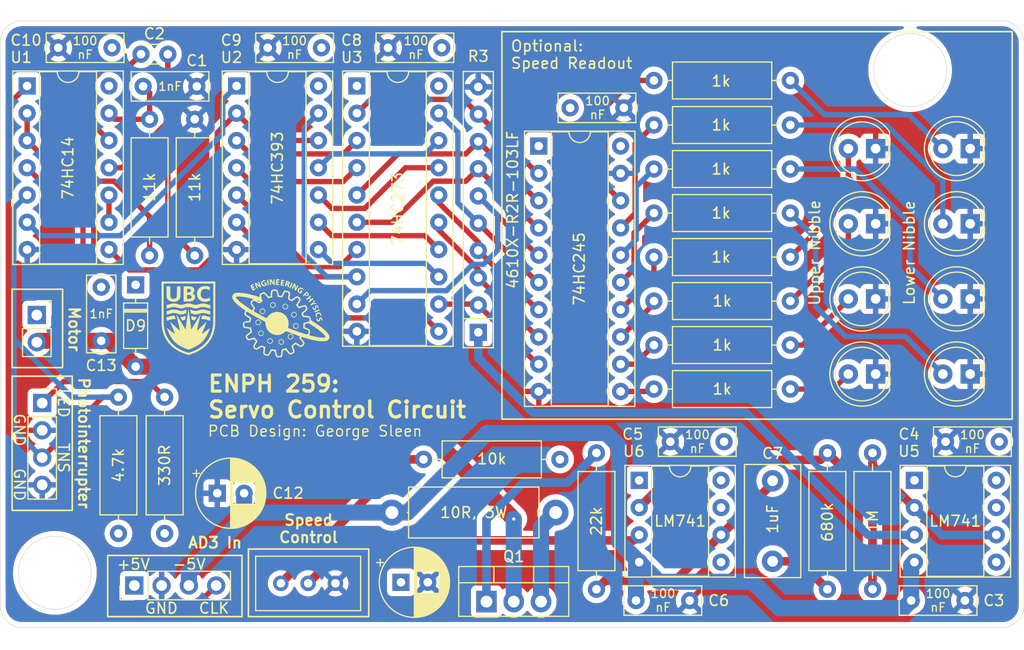
<source format=kicad_pcb>
(kicad_pcb (version 20241229) (generator "pcbnew") (generator_version "9.0")
  (title_block (title "ENPH-259-Servo") (date "2024-12-27") (rev "1") (company "George Sleen"))
  (layers (0 "F.Cu" signal) (4 "In1.Cu" signal) (6 "In2.Cu" signal) (2 "B.Cu" signal) (13 "F.Paste" user) (15 "B.Paste" user) (5 "F.SilkS" user "F.Silkscreen") (7 "B.SilkS" user "B.Silkscreen") (1 "F.Mask" user) (3 "B.Mask" user) (25 "Edge.Cuts" user))
  (net 0 "")
  (net 1 "Net-(C1-Pad1)")
  (net 2 "GND")
  (net 3 "Net-(C2-Pad1)")
  (net 4 "Net-(C2-Pad2)")
  (net 5 "-5V")
  (net 6 "+5V")
  (net 7 "Net-(C7-Pad2)")
  (net 8 "Net-(C7-Pad1)")
  (net 9 "Net-(D9-A)")
  (net 10 "Net-(D1-A)")
  (net 11 "Net-(D2-A)")
  (net 12 "Net-(D3-A)")
  (net 13 "Net-(D4-A)")
  (net 14 "Net-(D5-A)")
  (net 15 "Net-(D6-A)")
  (net 16 "Net-(D7-A)")
  (net 17 "Net-(D8-A)")
  (net 18 "Net-(Q1-E)")
  (net 19 "BJT control")
  (net 20 "Net-(Q2-Pad1)")
  (net 21 "Net-(Q2-Pad3)")
  (net 22 "Net-(R1-Pad1)")
  (net 23 "Net-(U3-Q7)")
  (net 24 "Net-(U3-Q5)")
  (net 25 "Net-(U3-Q3)")
  (net 26 "Analog out")
  (net 27 "Net-(U3-Q4)")
  (net 28 "Net-(U3-Q6)")
  (net 29 "Net-(U3-Q2)")
  (net 30 "Net-(U3-Q1)")
  (net 31 "Net-(U3-Q0)")
  (net 32 "Net-(U4-B0)")
  (net 33 "Net-(U4-B1)")
  (net 34 "Net-(U4-B2)")
  (net 35 "Net-(U4-B3)")
  (net 36 "Net-(U4-B4)")
  (net 37 "Net-(U4-B5)")
  (net 38 "Net-(U4-B6)")
  (net 39 "Net-(U4-B7)")
  (net 40 "Net-(U5--)")
  (net 41 "Net-(U6--)")
  (net 42 "Net-(R14-Pad2)")
  (net 43 "Setpoint")
  (net 44 "5 Hz")
  (net 45 "Clock")
  (net 46 "Net-(U1-Pad10)")
  (net 47 "Reset")
  (net 48 "Latch")
  (net 49 "Net-(U2A-Q3)")
  (net 50 "Net-(U2B-Q3)")
  (net 51 "Net-(U2A-Q1)")
  (net 52 "Net-(U2A-Q2)")
  (net 53 "Net-(U2A-Q0)")
  (net 54 "Net-(U2B-Q0)")
  (net 55 "Net-(U2B-Q1)")
  (net 56 "Net-(U2B-Q2)")
  (footprint "Capacitor_THT:C_Rect_L10.3mm_W5.0mm_P7.50mm_MKS4" (layer "F.Cu") (at 125.1 81.745 90)
    (property "Reference" "C7")
    (property "Value" "1uF")
  )
  (footprint "Package_TO_SOT_THT:TO-220-3_Vertical" (layer "F.Cu") (at 98.46 85.5)
    (property "Reference" "Q1")
    (property "Value" "MJF122")
  )
  (footprint "Capacitor_THT:CP_Radial_D6.3mm_P2.50mm" (layer "F.Cu") (at 90.5 83.7)
    (property "Reference" "C11" (hide yes))
    (property "Value" "100uF")
  )
  (footprint "Potentiometer_THT:Potentiometer_Bourns_3296W_Vertical" (layer "F.Cu") (at 84.4 83.8)
    (property "Reference" "RV1" (hide yes))
    (property "Value" "10k")
  )
  (footprint "Capacitor_THT:C_Rect_L7.0mm_W2.5mm_P5.00mm" (layer "F.Cu") (at 120.58 70.6 180)
    (property "Reference" "C5")
    (property "Value" "100nF" (hide yes))
  )
  (footprint "Package_DIP:DIP-20_W7.62mm_Socket" (layer "F.Cu") (at 103.33 43.06)
    (property "Reference" "U4" (hide yes))
    (property "Value" "74HC245" (hide yes))
  )
  (footprint "Resistor_THT:R_Axial_DIN0309_L9.0mm_D3.2mm_P12.70mm_Horizontal" (layer "F.Cu") (at 67.1 53.26 90)
    (property "Reference" "R1" (hide yes))
    (property "Value" "11k")
  )
  (footprint "Resistor_THT:R_Axial_DIN0309_L9.0mm_D3.2mm_P12.70mm_Horizontal" (layer "F.Cu") (at 105.3 72.25 180)
    (property "Reference" "R14" (hide yes))
    (property "Value" "10k")
  )
  (footprint "Capacitor_THT:CP_Radial_D6.3mm_P2.50mm" (layer "F.Cu") (at 73.4 75.4)
    (property "Reference" "C12")
    (property "Value" "100uF")
  )
  (footprint "LED_THT:LED_D5.0mm" (layer "F.Cu") (at 134.69 50.3 180)
    (property "Reference" "D6" (hide yes))
    (property "Value" "LED")
  )
  (footprint "Capacitor_THT:C_Rect_L7.0mm_W2.5mm_P5.00mm" (layer "F.Cu") (at 138 85.4)
    (property "Reference" "C3")
    (property "Value" "100nF" (hide yes))
  )
  (footprint "Resistor_THT:R_Axial_DIN0309_L9.0mm_D3.2mm_P12.70mm_Horizontal" (layer "F.Cu") (at 114.05 45.2)
    (property "Reference" "R6" (hide yes))
    (property "Value" "1k")
  )
  (footprint "Resistor_THT:R_Axial_DIN0309_L9.0mm_D3.2mm_P12.70mm_Horizontal" (layer "F.Cu") (at 114.05 61.6)
    (property "Reference" "R10" (hide yes))
    (property "Value" "1k")
  )
  (footprint "Package_DIP:DIP-8_W7.62mm_Socket" (layer "F.Cu") (at 112.68 74.2)
    (property "Reference" "U6")
    (property "Value" "LM741")
  )
  (footprint "Resistor_THT:R_Axial_DIN0309_L9.0mm_D3.2mm_P12.70mm_Horizontal" (layer "F.Cu") (at 64.2 66.45 -90)
    (property "Reference" "R18" (hide yes))
    (property "Value" "4.7k")
  )
  (footprint "LED_THT:LED_D5.0mm" (layer "F.Cu") (at 143.49 64.3 180)
    (property "Reference" "D4" (hide yes))
    (property "Value" "LED")
  )
  (footprint "Resistor_THT:R_Axial_DIN0309_L9.0mm_D3.2mm_P12.70mm_Horizontal" (layer "F.Cu") (at 130.2 71.65 -90)
    (property "Reference" "R13" (hide yes))
    (property "Value" "680k")
  )
  (footprint "Resistor_THT:R_Axial_DIN0309_L9.0mm_D3.2mm_P12.70mm_Horizontal" (layer "F.Cu") (at 71.3 40.56 -90)
    (property "Reference" "R2" (hide yes))
    (property "Value" "11k")
  )
  (footprint "Resistor_THT:R_Axial_DIN0309_L9.0mm_D3.2mm_P12.70mm_Horizontal" (layer "F.Cu") (at 134.4 71.65 -90)
    (property "Reference" "R12" (hide yes))
    (property "Value" "1M")
  )
  (footprint "Resistor_THT:R_Axial_DIN0309_L9.0mm_D3.2mm_P12.70mm_Horizontal" (layer "F.Cu") (at 114.05 53.4)
    (property "Reference" "R8" (hide yes))
    (property "Value" "1k")
  )
  (footprint "enph253_components:ENPH_graphic" (layer "F.Cu") (at 79.2 59.3)
    (property "Reference" "G***" (hide yes))
    (property "Value" "LOGO" (hide yes))
  )
  (footprint "Resistor_THT:R_Axial_DIN0309_L9.0mm_D3.2mm_P12.70mm_Horizontal" (layer "F.Cu") (at 114.05 49.3)
    (property "Reference" "R7" (hide yes))
    (property "Value" "1k")
  )
  (footprint "Resistor_THT:R_Axial_DIN0309_L9.0mm_D3.2mm_P12.70mm_Horizontal" (layer "F.Cu") (at 68.5 66.45 -90)
    (property "Reference" "R17" (hide yes))
    (property "Value" "330R")
  )
  (footprint "Package_DIP:DIP-14_W7.62mm_Socket" (layer "F.Cu") (at 75.2 37.46)
    (property "Reference" "U2")
    (property "Value" "74LS393" (hide yes))
  )
  (footprint "Capacitor_THT:C_Rect_L7.0mm_W2.5mm_P5.00mm" (layer "F.Cu") (at 94.3 33.9 180)
    (property "Reference" "C8")
    (property "Value" "100nF" (hide yes))
  )
  (footprint "Connector_PinSocket_2.54mm:PinSocket_1x02_P2.54mm_Vertical" (layer "F.Cu") (at 56.6 58.8)
    (property "Reference" "M1" (hide yes))
    (property "Value" "Motor_DC" (hide yes))
  )
  (footprint "LED_THT:LED_D5.0mm" (layer "F.Cu") (at 143.49 43.3 180)
    (property "Reference" "D1" (hide yes))
    (property "Value" "LED")
  )
  (footprint "Resistor_THT:R_Axial_DIN0309_L9.0mm_D3.2mm_P12.70mm_Horizontal" (layer "F.Cu") (at 114.05 41.1)
    (property "Reference" "R5" (hide yes))
    (property "Value" "1k")
  )
  (footprint "Resistor_THT:R_Array_SIP10" (layer "F.Cu") (at 97.7 60.41 90)
    (property "Reference" "R3")
    (property "Value" "4610X-R2R-103LF")
  )
  (footprint "Capacitor_THT:C_Rect_L7.0mm_W2.5mm_P5.00mm" (layer "F.Cu") (at 63.6 33.9 180)
    (property "Reference" "C10")
    (property "Value" "100nF" (hide yes))
  )
  (footprint "Package_DIP:DIP-14_W7.62mm_Socket" (layer "F.Cu") (at 55.7 37.46)
    (property "Reference" "U1")
    (property "Value" "74HC14" (hide yes))
  )
  (footprint "Connector_PinHeader_2.54mm:PinHeader_1x04_P2.54mm_Vertical" (layer "F.Cu") (at 65.68 84 90)
    (property "Reference" "J1" (hide yes))
    (property "Value" "AD3 In" (hide yes))
  )
  (footprint "Capacitor_THT:C_Rect_L7.0mm_W2.5mm_P5.00mm" (layer "F.Cu") (at 146.2 70.6 180)
    (property "Reference" "C4")
    (property "Value" "100nF" (hide yes))
  )
  (footprint "Resistor_THT:R_Axial_DIN0309_L9.0mm_D3.2mm_P12.70mm_Horizontal" (layer "F.Cu") (at 108.7 84.35 90)
    (property "Reference" "R15" (hide yes))
    (property "Value" "22k")
  )
  (footprint "Diode_THT:D_DO-35_SOD27_P7.62mm_Horizontal" (layer "F.Cu") (at 65.8 55.99 -90)
    (property "Reference" "D9")
    (property "Value" "1N4148" (hide yes))
  )
  (footprint "Capacitor_THT:C_Rect_L7.0mm_W2.5mm_P5.00mm" (layer "F.Cu") (at 83.1 33.9 180)
    (property "Reference" "C9")
    (property "Value" "100nF" (hide yes))
  )
  (footprint "Capacitor_THT:C_Disc_D3.0mm_W1.6mm_P2.50mm" (layer "F.Cu") (at 66.3 34.5)
    (property "Reference" "C2")
    (property "Value" "47pF")
  )
  (footprint "LED_THT:LED_D5.0mm" (layer "F.Cu") (at 134.69 64.3 180)
    (property "Reference" "D8" (hide yes))
    (property "Value" "LED")
  )
  (footprint "Resistor_THT:R_Axial_DIN0414_L11.9mm_D4.5mm_P15.24mm_Horizontal" (layer "F.Cu") (at 104.9 77.2 180)
    (property "Reference" "R16" (hide yes))
    (property "Value" "10R, 3W")
  )
  (footprint "Capacitor_THT:C_Rect_L7.0mm_W2.5mm_P5.00mm" (layer "F.Cu") (at 111.25 39.5 180)
    (property "Reference" "C14" (hide yes))
    (property "Value" "100nF" (hide yes))
  )
  (footprint "LED_THT:LED_D5.0mm" (layer "F.Cu") (at 143.49 57.3 180)
    (property "Reference" "D3" (hide yes))
    (property "Value" "LED")
  )
  (footprint "LED_THT:LED_D5.0mm" (layer "F.Cu") (at 134.69 57.3 180)
    (property "Reference" "D7" (hide yes))
    (property "Value" "LED")
  )
  (footprint "LED_THT:LED_D5.0mm" (layer "F.Cu") (at 143.49 50.3 180)
    (property "Reference" "D2" (hide yes))
    (property "Value" "LED")
  )
  (footprint "Resistor_THT:R_Axial_DIN0309_L9.0mm_D3.2mm_P12.70mm_Horizontal" (layer "F.Cu") (at 114.05 65.7)
    (property "Reference" "R11" (hide yes))
    (property "Value" "1k")
  )
  (footprint "Capacitor_THT:C_Rect_L7.0mm_W2.5mm_P5.00mm" (layer "F.Cu") (at 66.5 37.5)
    (property "Reference" "C1")
    (property "Value" "1nF" (hide yes))
  )
  (footprint "Resistor_THT:R_Axial_DIN0309_L9.0mm_D3.2mm_P12.70mm_Horizontal" (layer "F.Cu") (at 114.05 36.95)
    (property "Reference" "R4" (hide yes))
    (property "Value" "1k")
  )
  (footprint "Package_DIP:DIP-8_W7.62mm_Socket" (layer "F.Cu") (at 138.3 74.2)
    (property "Reference" "U5")
    (property "Value" "LM741")
  )
  (footprint "Capacitor_THT:C_Rect_L7.0mm_W2.5mm_P5.00mm" (layer "F.Cu") (at 112.38 85.4)
    (property "Reference" "C6")
    (property "Value" "100nF" (hide yes))
  )
  (footprint "Capacitor_THT:C_Rect_L7.0mm_W2.5mm_P5.00mm" (layer "F.Cu") (at 62.6 61.2 90)
    (property "Reference" "C13")
    (property "Value" "1nF" (hide yes))
  )
  (footprint "Resistor_THT:R_Axial_DIN0309_L9.0mm_D3.2mm_P12.70mm_Horizontal" (layer "F.Cu") (at 114.05 57.5)
    (property "Reference" "R9" (hide yes))
    (property "Value" "1k")
  )
  (footprint "LED_THT:LED_D5.0mm" (layer "F.Cu") (at 134.69 43.3 180)
    (property "Reference" "D5" (hide yes))
    (property "Value" "LED")
  )
  (footprint "Package_DIP:DIP-20_W7.62mm_Socket" (layer "F.Cu") (at 86.4 37.46)
    (property "Reference" "U3")
    (property "Value" "74HC273" (hide yes))
  )
  (footprint "enph253_components:UBC_graphic" (layer "F.Cu") (at 70.7 58.780898)
    (property "Reference" "G***" (hide yes))
    (property "Value" "LOGO" (hide yes))
  )
  (footprint "Connector_PinSocket_2.54mm:PinSocket_1x04_P2.54mm_Vertical" (layer "F.Cu") (at 57.1 67)
    (property "Reference" "Q2" (hide yes))
    (property "Value" "EE-SX1041" (hide yes))
  )
  (gr_rect (start 54.3 64.5) (end 59.9 77) (stroke (width 0.15)) (fill no) (layer "F.SilkS"))
  (gr_rect (start 63.2 81.2) (end 75.7 86.9) (stroke (width 0.15)) (fill no) (layer "F.SilkS"))
  (gr_rect (start 54.3 56.4) (end 59 63.7) (stroke (width 0.15)) (fill no) (layer "F.SilkS"))
  (gr_rect (start 76.3 80.6) (end 87.5 86.9) (stroke (width 0.15)) (fill no) (layer "F.SilkS"))
  (gr_line (start 53.2 85.9) (end 53.2 33.4) (stroke (width 0.05)) (layer "Edge.Cuts"))
  (gr_arc (start 146.5 31.4) (mid 147.914214 31.985786) (end 148.5 33.4) (stroke (width 0.05)) (layer "Edge.Cuts"))
  (gr_arc (start 55.2 87.9) (mid 53.785786 87.314214) (end 53.2 85.9) (stroke (width 0.05)) (layer "Edge.Cuts"))
  (gr_line (start 146.5 87.9) (end 55.2 87.9) (stroke (width 0.05)) (layer "Edge.Cuts"))
  (gr_line (start 55.2 31.4) (end 146.5 31.4) (stroke (width 0.05)) (layer "Edge.Cuts"))
  (gr_line (start 148.5 33.4) (end 148.5 85.9) (stroke (width 0.05)) (layer "Edge.Cuts"))
  (gr_circle (center 137.9 35.985786) (end 141.3 35.985786) (stroke (width 0.05)) (fill no) (layer "Edge.Cuts"))
  (gr_arc (start 148.5 85.9) (mid 147.914214 87.314214) (end 146.5 87.9) (stroke (width 0.05)) (layer "Edge.Cuts"))
  (gr_arc (start 53.2 33.4) (mid 53.785786 31.985786) (end 55.2 31.4) (stroke (width 0.05)) (layer "Edge.Cuts"))
  (gr_circle (center 58.285786 82.814214) (end 61.685786 82.814214) (stroke (width 0.05)) (fill no) (layer "Edge.Cuts"))
  (gr_text "74HC245\n" (at 107.1 54.5 90) (layer "F.SilkS") (effects (font (size 1 1))))
  (gr_text "Speed\nControl" (at 81.9 80.1 0) (layer "F.SilkS") (effects (font (size 1 1) (thickness 0.2) (bold yes)) (justify bottom)))
  (gr_text "TNS" (at 58.5 72.11 270) (layer "F.SilkS") (effects (font (size 1 1)) (justify bottom)))
  (gr_text "Motor" (at 59.5 60.12 -90) (layer "F.SilkS") (effects (font (size 1 1) (thickness 0.2) (bold yes)) (justify bottom)))
  (gr_text "GND" (at 54.4 74.6 270) (layer "F.SilkS") (effects (font (size 1 1)) (justify bottom)))
  (gr_text "1nF\n" (at 62.6 58.7 0) (layer "F.SilkS") (effects (font (size 0.8 0.8) (thickness 0.125))))
  (gr_text "AD3 In" (at 73.2 80.6 0) (layer "F.SilkS") (effects (font (size 1 1) (thickness 0.2) (bold yes)) (justify bottom)))
  (gr_text "100\nnF" (at 118.1 70.6 0) (layer "F.SilkS") (effects (font (size 0.8 0.8) (thickness 0.125))))
  (gr_text "100\nnF" (at 108.8 39.5 0) (layer "F.SilkS") (effects (font (size 0.8 0.8) (thickness 0.125))))
  (gr_text "100\nnF" (at 91.9 33.9 0) (layer "F.SilkS") (effects (font (size 0.8 0.8) (thickness 0.125))))
  (gr_text "100\nnF" (at 143.7 70.6 0) (layer "F.SilkS") (effects (font (size 0.8 0.8) (thickness 0.125))))
  (gr_text "Photointerrupter" (at 60.4 70.75 -90) (layer "F.SilkS") (effects (font (size 1 1) (thickness 0.2) (bold yes)) (justify bottom)))
  (gr_text "Lower Nibble" (at 138.4 53 90) (layer "F.SilkS") (effects (font (size 1 1)) (justify bottom)))
  (gr_text "100\nnF" (at 80.6 33.9 0) (layer "F.SilkS") (effects (font (size 0.8 0.8) (thickness 0.125))))
  (gr_text "GND" (at 54.4 69.5 270) (layer "F.SilkS") (effects (font (size 1 1)) (justify bottom)))
  (gr_text "GND" (at 68.2 86.7 0) (layer "F.SilkS") (effects (font (size 1 1)) (justify bottom)))
  (gr_text "LED" (at 58.5 67 270) (layer "F.SilkS") (effects (font (size 1 1)) (justify bottom)))
  (gr_text "100\nnF" (at 140.5 85.4 0) (layer "F.SilkS") (effects (font (size 0.8 0.8) (thickness 0.125))))
  (gr_text "Upper Nibble" (at 129.6 53 90) (layer "F.SilkS") (effects (font (size 1 1)) (justify bottom)))
  (gr_text "+5V" (at 65.6 82.6 0) (layer "F.SilkS") (effects (font (size 1 1)) (justify bottom)))
  (gr_text "74HC14" (at 59.5 45.1 90) (layer "F.SilkS") (effects (font (size 1 1))))
  (gr_text "PCB Design: George Sleen" (at 82.5 70.2 0) (layer "F.SilkS") (effects (font (size 1 1) (thickness 0.125)) (justify bottom)))
  (gr_text "74HC273\n" (at 90.2 48.9 90) (layer "F.SilkS") (effects (font (size 1 1))))
  (gr_text "-5V" (at 70.79 82.6 0) (layer "F.SilkS") (effects (font (size 1 1)) (justify bottom)))
  (gr_text "ENPH 259:\nServo Control Circuit" (at 72.4 68.5 0) (layer "F.SilkS") (effects (font (size 1.5 1.5) (thickness 0.3) (bold yes)) (justify left bottom)))
  (gr_text "CLK" (at 73.1 86.7 0) (layer "F.SilkS") (effects (font (size 1 1)) (justify bottom)))
  (gr_text "100\nnF" (at 114.9 85.4 0) (layer "F.SilkS") (effects (font (size 0.8 0.8) (thickness 0.125))))
  (gr_text "1nF\n" (at 69 37.5 0) (layer "F.SilkS") (effects (font (size 0.8 0.8) (thickness 0.125))))
  (gr_text "74HC393\n" (at 79 45.1 90) (layer "F.SilkS") (effects (font (size 1 1))))
  (gr_text "100\nnF" (at 61.1 33.9 0) (layer "F.SilkS") (effects (font (size 0.8 0.8) (thickness 0.125))))
  (gr_text_box "Optional:\nSpeed Readout" (start 99.9 32.4) (end 147.4 68.5) (margins 0.825 0.825 0.825 0.825) (layer "F.SilkS") (effects (font (size 1 1)) (justify left top)) (border yes) (stroke (width 0.15)))
  (segment (start 67.1 38.1) (end 66.5 37.5) (width 0.5) (layer "F.Cu") (net 1))
  (segment (start 63.88 40.56) (end 63.32 40) (width 0.5) (layer "F.Cu") (net 1))
  (segment (start 67.1 40.56) (end 67.1 38.1) (width 0.5) (layer "F.Cu") (net 1))
  (segment (start 67.1 40.56) (end 63.88 40.56) (width 0.5) (layer "F.Cu") (net 1))
  (segment (start 65.1 35.7) (end 63 35.7) (width 0.5) (layer "F.Cu") (net 3))
  (segment (start 61.8 41.02) (end 63.32 42.54) (width 0.5) (layer "F.Cu") (net 3))
  (segment (start 63 35.7) (end 61.8 36.9) (width 0.5) (layer "F.Cu") (net 3))
  (segment (start 61.8 36.9) (end 61.8 41.02) (width 0.5) (layer "F.Cu") (net 3))
  (segment (start 66.3 34.5) (end 65.1 35.7) (width 0.5) (layer "F.Cu") (net 3))
  (segment (start 64.52 45.08) (end 63.32 45.08) (width 0.5) (layer "F.Cu") (net 4))
  (segment (start 68.8 40.8) (end 64.52 45.08) (width 0.5) (layer "F.Cu") (net 4))
  (segment (start 68.8 34.5) (end 68.8 40.8) (width 0.5) (layer "F.Cu") (net 4))
  (segment (start 68.8 50.76) (end 68.8 34.5) (width 0.5) (layer "F.Cu") (net 4))
  (segment (start 71.3 53.26) (end 68.8 50.76) (width 0.5) (layer "F.Cu") (net 4))
  (segment (start 109.6 69.8) (end 98.5 69.8) (width 1.5) (layer "B.Cu") (net 5))
  (segment (start 70.76 82.797918) (end 76.357918 77.2) (width 1.5) (layer "B.Cu") (net 5))
  (segment (start 98.5 69.8) (end 91.1 77.2) (width 1.5) (layer "B.Cu") (net 5))
  (segment (start 76.357918 77.2) (end 89.66 77.2) (width 1.5) (layer "B.Cu") (net 5))
  (segment (start 114.51 83.65) (end 123.25 83.65) (width 1.5) (layer "B.Cu") (net 5))
  (segment (start 110.8 71) (end 109.6 69.8) (width 1.5) (layer "B.Cu") (net 5))
  (segment (start 70.76 84) (end 70.76 82.797919) (width 1.5) (layer "B.Cu") (net 5))
  (segment (start 123.25 83.65) (end 125.7 86.1) (width 1.5) (layer "B.Cu") (net 5))
  (segment (start 125.7 86.1) (end 137.3 86.1) (width 1.5) (layer "B.Cu") (net 5))
  (segment (start 112.38 85.4) (end 112.38 82.12) (width 1.5) (layer "B.Cu") (net 5))
  (segment (start 91.1 77.2) (end 89.66 77.2) (width 1.5) (layer "B.Cu") (net 5))
  (segment (start 110.8 79.94) (end 110.8 71) (width 1.5) (layer "B.Cu") (net 5))
  (segment (start 112.38 82.12) (end 112.68 81.82) (width 1.5) (layer "B.Cu") (net 5))
  (segment (start 75.9 77.657919) (end 75.9 75.4) (width 1.5) (layer "B.Cu") (net 5))
  (segment (start 138 82.12) (end 138.3 81.82) (width 1.5) (layer "B.Cu") (net 5))
  (segment (start 70.76 82.797919) (end 75.9 77.657919) (width 1.5) (layer "B.Cu") (net 5))
  (segment (start 138 85.4) (end 138 82.12) (width 1.5) (layer "B.Cu") (net 5))
  (segment (start 137.3 86.1) (end 138 85.4) (width 1.5) (layer "B.Cu") (net 5))
  (segment (start 112.68 81.82) (end 110.8 79.94) (width 1.5) (layer "B.Cu") (net 5))
  (segment (start 70.76 82.797919) (end 70.76 82.797918) (width 1.5) (layer "B.Cu") (net 5))
  (segment (start 112.68 81.82) (end 114.51 83.65) (width 1.5) (layer "B.Cu") (net 5))
  (segment (start 116.029999 83.550001) (end 120.3 79.28) (width 0.8) (layer "F.Cu") (net 7))
  (segment (start 125.1 74.245) (end 125.1 74.48) (width 0.8) (layer "F.Cu") (net 7))
  (segment (start 125.1 74.48) (end 120.3 79.28) (width 0.8) (layer "F.Cu") (net 7))
  (segment (start 109.499999 83.550001) (end 116.029999 83.550001) (width 0.8) (layer "F.Cu") (net 7))
  (segment (start 108.7 84.35) (end 109.499999 83.550001) (width 0.8) (layer "F.Cu") (net 7))
  (segment (start 125.1 81.745) (end 127.595 81.745) (width 0.8) (layer "F.Cu") (net 8))
  (segment (start 127.595 81.745) (end 130.2 84.35) (width 0.8) (layer "F.Cu") (net 8))
  (segment (start 56.74 61.2) (end 56.6 61.34) (width 1.5) (layer "F.Cu") (net 9))
  (segment (start 63.39 61.2) (end 65.8 63.61) (width 1.5) (layer "F.Cu") (net 9))
  (segment (start 62.6 61.2) (end 63.39 61.2) (width 1.5) (layer "F.Cu") (net 9))
  (segment (start 62.6 61.2) (end 56.74 61.2) (width 1.5) (layer "F.Cu") (net 9))
  (segment (start 86.81 63.61) (end 101 77.8) (width 1.5) (layer "F.Cu") (net 9))
  (segment (start 65.8 63.61) (end 86.81 63.61) (width 1.5) (layer "F.Cu") (net 9))
  (via (at 101 77.8) (size 0.6) (drill 0.3) (layers "F.Cu" "B.Cu") (net 9))
  (segment (start 101 77.8) (end 101 85.5) (width 1.5) (layer "B.Cu") (net 9))
  (segment (start 126.75 36.95) (end 129.938338 40.138338) (width 0.5) (layer "B.Cu") (net 10))
  (segment (start 129.938338 40.138338) (end 137.788338 40.138338) (width 0.5) (layer "B.Cu") (net 10))
  (segment (start 137.788338 40.138338) (end 140.95 43.3) (width 0.5) (layer "B.Cu") (net 10))
  (segment (start 126.75 41.1) (end 135.7 41.1) (width 0.5) (layer "B.Cu") (net 11))
  (segment (start 135.7 41.1) (end 140.95 46.35) (width 0.5) (layer "B.Cu") (net 11))
  (segment (start 140.95 46.35) (end 140.95 50.3) (width 0.5) (layer "B.Cu") (net 11))
  (segment (start 137.9 50.3) (end 137.9 54.25) (width 0.5) (layer "B.Cu") (net 12))
  (segment (start 132.8 45.2) (end 137.9 50.3) (width 0.5) (layer "B.Cu") (net 12))
  (segment (start 137.9 54.25) (end 140.95 57.3) (width 0.5) (layer "B.Cu") (net 12))
  (segment (start 126.75 45.2) (end 132.8 45.2) (width 0.5) (layer "B.Cu") (net 12))
  (segment (start 131.9 60.8) (end 137.45 60.8) (width 0.5) (layer "B.Cu") (net 13))
  (segment (start 129.1 51.65) (end 129.1 58) (width 0.5) (layer "B.Cu") (net 13))
  (segment (start 129.1 58) (end 131.9 60.8) (width 0.5) (layer "B.Cu") (net 13))
  (segment (start 126.75 49.3) (end 129.1 51.65) (width 0.5) (layer "B.Cu") (net 13))
  (segment (start 137.45 60.8) (end 140.95 64.3) (width 0.5) (layer "B.Cu") (net 13))
  (segment (start 132.15 48) (end 132.15 43.3) (width 0.5) (layer "F.Cu") (net 14))
  (segment (start 126.75 53.4) (end 132.15 48) (width 0.5) (layer "F.Cu") (net 14))
  (segment (start 126.75 57.5) (end 126.8 57.5) (width 0.5) (layer "F.Cu") (net 15))
  (segment (start 126.8 57.5) (end 132.15 52.15) (width 0.5) (layer "F.Cu") (net 15))
  (segment (start 132.15 52.15) (end 132.15 50.3) (width 0.5) (layer "F.Cu") (net 15))
  (segment (start 127.9 61.6) (end 132.15 57.35) (width 0.5) (layer "F.Cu") (net 16))
  (segment (start 132.15 57.35) (end 132.15 57.3) (width 0.5) (layer "F.Cu") (net 16))
  (segment (start 126.75 61.6) (end 127.9 61.6) (width 0.5) (layer "F.Cu") (net 16))
  (segment (start 130.75 65.7) (end 132.15 64.3) (width 0.5) (layer "F.Cu") (net 17))
  (segment (start 126.75 65.7) (end 130.75 65.7) (width 0.5) (layer "F.Cu") (net 17))
  (segment (start 103.54 85.5) (end 103.54 78.56) (width 1.5) (layer "B.Cu") (net 18))
  (segment (start 103.54 78.56) (end 104.9 77.2) (width 1.5) (layer "B.Cu") (net 18))
  (segment (start 108.7 71.7) (end 106 74.4) (width 0.8) (layer "B.Cu") (net 19))
  (segment (start 98.46 77.84) (end 98.46 85.5) (width 0.8) (layer "B.Cu") (net 19))
  (segment (start 101.9 74.4) (end 98.46 77.84) (width 0.8) (layer "B.Cu") (net 19))
  (segment (start 106 74.4) (end 101.9 74.4) (width 0.8) (layer "B.Cu") (net 19))
  (segment (start 108.7 71.65) (end 108.7 71.7) (width 0.8) (layer "B.Cu") (net 19))
  (segment (start 67.05 65) (end 68.5 66.45) (width 0.5) (layer "F.Cu") (net 20))
  (segment (start 57.1 67) (end 59.1 65) (width 0.5) (layer "F.Cu") (net 20))
  (segment (start 59.1 65) (end 67.05 65) (width 0.5) (layer "F.Cu") (net 20))
  (segment (start 64.2 66.45) (end 62.73 66.45) (width 0.5) (layer "F.Cu") (net 21))
  (segment (start 62.73 66.45) (end 57.1 72.08) (width 0.5) (layer "F.Cu") (net 21))
  (segment (start 59.871522 66.45) (end 64.2 66.45) (width 0.5) (layer "B.Cu") (net 21))
  (segment (start 55.7 47.62) (end 54.45 48.87) (width 0.5) (layer "B.Cu") (net 21))
  (segment (start 54.45 69.43) (end 57.1 72.08) (width 0.5) (layer "B.Cu") (net 21))
  (segment (start 54.45 61.028478) (end 59.871522 66.45) (width 0.5) (layer "B.Cu") (net 21))
  (segment (start 54.45 48.87) (end 54.45 69.43) (width 0.5) (layer "B.Cu") (net 21))
  (segment (start 54.45 48.87) (end 54.45 61.028478) (width 0.5) (layer "B.Cu") (net 21))
  (segment (start 63.797767 46.33) (end 59.49 46.33) (width 0.5) (layer "F.Cu") (net 22))
  (segment (start 67.1 49.632233) (end 63.797767 46.33) (width 0.5) (layer "F.Cu") (net 22))
  (segment (start 55.7 40) (end 55.7 42.54) (width 0.5) (layer "F.Cu") (net 22))
  (segment (start 59.49 46.33) (end 55.7 42.54) (width 0.5) (layer "F.Cu") (net 22))
  (segment (start 67.1 53.26) (end 67.1 49.632233) (width 0.5) (layer "F.Cu") (net 22))
  (segment (start 103.21 55.76) (end 103.33 55.76) (width 0.5) (layer "F.Cu") (net 23))
  (segment (start 97.7 50.25) (end 103.21 55.76) (width 0.5) (layer "F.Cu") (net 23))
  (segment (start 95.8 41.78) (end 95.8 48.35) (width 0.5) (layer "B.Cu") (net 23))
  (segment (start 95.8 48.35) (end 97.7 50.25) (width 0.5) (layer "B.Cu") (net 23))
  (segment (start 94.02 40) (end 95.8 41.78) (width 0.5) (layer "B.Cu") (net 23))
  (segment (start 94.02 50.16) (end 94.02 50.877767) (width 0.5) (layer "F.Cu") (net 24))
  (segment (start 103.21 60.84) (end 103.33 60.84) (width 0.5) (layer "F.Cu") (net 24))
  (segment (start 97.7 54.557767) (end 97.7 55.33) (width 0.5) (layer "F.Cu") (net 24))
  (segment (start 94.02 50.877767) (end 97.7 54.557767) (width 0.5) (layer "F.Cu") (net 24))
  (segment (start 97.7 55.33) (end 103.21 60.84) (width 0.5) (layer "F.Cu") (net 24))
  (segment (start 97.7 47.71) (end 103.21 53.22) (width 0.5) (layer "F.Cu") (net 25))
  (segment (start 103.21 53.22) (end 103.33 53.22) (width 0.5) (layer "F.Cu") (net 25))
  (segment (start 99.5 49.51) (end 97.7 47.71) (width 0.5) (layer "B.Cu") (net 25))
  (segment (start 99.5 52.757767) (end 99.5 49.51) (width 0.5) (layer "B.Cu") (net 25))
  (segment (start 98.177767 54.08) (end 99.5 52.757767) (width 0.5) (layer "B.Cu") (net 25))
  (segment (start 94.732233 56.53) (end 97.182233 54.08) (width 0.5) (layer "B.Cu") (net 25))
  (segment (start 86.4 57.78) (end 87.65 56.53) (width 0.5) (layer "B.Cu") (net 25))
  (segment (start 97.182233 54.08) (end 98.177767 54.08) (width 0.5) (layer "B.Cu") (net 25))
  (segment (start 87.65 56.53) (end 94.732233 56.53) (width 0.5) (layer "B.Cu") (net 25))
  (segment (start 102.8 67.9) (end 122.6 67.9) (width 0.8) (layer "B.Cu") (net 26))
  (segment (start 97.7 60.41) (end 97.7 62.8) (width 0.8) (layer "B.Cu") (net 26))
  (segment (start 97.7 62.8) (end 102.8 67.9) (width 0.8) (layer "B.Cu") (net 26))
  (segment (start 133.98 79.28) (end 138.3 79.28) (width 0.8) (layer "B.Cu") (net 26))
  (segment (start 122.6 67.9) (end 133.98 79.28) (width 0.8) (layer "B.Cu") (net 26))
  (segment (start 97.61 57.78) (end 97.7 57.87) (width 0.5) (layer "F.Cu") (net 27))
  (segment (start 94.02 57.78) (end 97.61 57.78) (width 0.5) (layer "F.Cu") (net 27))
  (segment (start 103.21 63.38) (end 103.33 63.38) (width 0.5) (layer "F.Cu") (net 27))
  (segment (start 97.7 57.87) (end 103.21 63.38) (width 0.5) (layer "F.Cu") (net 27))
  (segment (start 97.7 52.79) (end 103.21 58.3) (width 0.5) (layer "F.Cu") (net 28))
  (segment (start 97.7 52.017767) (end 97.7 52.79) (width 0.5) (layer "F.Cu") (net 28))
  (segment (start 103.21 58.3) (end 103.33 58.3) (width 0.5) (layer "F.Cu") (net 28))
  (segment (start 94.02 47.62) (end 94.02 48.337767) (width 0.5) (layer "F.Cu") (net 28))
  (segment (start 94.02 48.337767) (end 97.7 52.017767) (width 0.5) (layer "F.Cu") (net 28))
  (segment (start 96.54 46.33) (end 97.7 45.17) (width 0.5) (layer "F.Cu") (net 29))
  (segment (start 103.21 50.68) (end 103.33 50.68) (width 0.5) (layer "F.Cu") (net 29))
  (segment (start 97.7 45.17) (end 103.21 50.68) (width 0.5) (layer "F.Cu") (net 29))
  (segment (start 89.672233 50.16) (end 93.502233 46.33) (width 0.5) (layer "F.Cu") (net 29))
  (segment (start 93.502233 46.33) (end 96.54 46.33) (width 0.5) (layer "F.Cu") (net 29))
  (segment (start 86.4 50.16) (end 89.672233 50.16) (width 0.5) (layer "F.Cu") (net 29))
  (segment (start 86.4 47.62) (end 90.23 43.79) (width 0.5) (layer "F.Cu") (net 30))
  (segment (start 96.54 43.79) (end 97.7 42.63) (width 0.5) (layer "F.Cu") (net 30))
  (segment (start 103.21 48.14) (end 103.33 48.14) (width 0.5) (layer "F.Cu") (net 30))
  (segment (start 90.23 43.79) (end 96.54 43.79) (width 0.5) (layer "F.Cu") (net 30))
  (segment (start 97.7 42.63) (end 103.21 48.14) (width 0.5) (layer "F.Cu") (net 30))
  (segment (start 86.4 40) (end 87.69 38.71) (width 0.5) (layer "F.Cu") (net 31))
  (segment (start 103.21 45.6) (end 103.33 45.6) (width 0.5) (layer "F.Cu") (net 31))
  (segment (start 87.69 38.71) (end 96.32 38.71) (width 0.5) (layer "F.Cu") (net 31))
  (segment (start 97.7 40.09) (end 103.21 45.6) (width 0.5) (layer "F.Cu") (net 31))
  (segment (start 96.32 38.71) (end 97.7 40.09) (width 0.5) (layer "F.Cu") (net 31))
  (segment (start 112.032233 36.95) (end 114.05 36.95) (width 0.5) (layer "F.Cu") (net 32))
  (segment (start 110.95 48.14) (end 109.6 46.79) (width 0.5) (layer "F.Cu") (net 32))
  (segment (start 109.6 39.382233) (end 112.032233 36.95) (width 0.5) (layer "F.Cu") (net 32))
  (segment (start 109.6 46.79) (end 109.6 39.382233) (width 0.5) (layer "F.Cu") (net 32))
  (segment (start 110.95 50.68) (end 112.3 49.33) (width 0.5) (layer "F.Cu") (net 33))
  (segment (start 112.3 42.85) (end 114.05 41.1) (width 0.5) (layer "F.Cu") (net 33))
  (segment (start 112.3 49.33) (end 112.3 42.85) (width 0.5) (layer "F.Cu") (net 33))
  (segment (start 112.4 51.77) (end 110.95 53.22) (width 0.5) (layer "B.Cu") (net 34))
  (segment (start 112.4 46.85) (end 112.4 51.77) (width 0.5) (layer "B.Cu") (net 34))
  (segment (start 114.05 45.2) (end 112.4 46.85) (width 0.5) (layer "B.Cu") (net 34))
  (segment (start 112.2 54.51) (end 112.2 51.15) (width 0.5) (layer "F.Cu") (net 35))
  (segment (start 110.95 55.76) (end 112.2 54.51) (width 0.5) (layer "F.Cu") (net 35))
  (segment (start 112.2 51.15) (end 114.05 49.3) (width 0.5) (layer "F.Cu") (net 35))
  (segment (start 110.95 58.3) (end 114.05 55.2) (width 0.5) (layer "F.Cu") (net 36))
  (segment (start 114.05 55.2) (end 114.05 53.4) (width 0.5) (layer "F.Cu") (net 36))
  (segment (start 110.96 60.84) (end 114.05 57.75) (width 0.5) (layer "F.Cu") (net 37))
  (segment (start 110.95 60.84) (end 110.96 60.84) (width 0.5) (layer "F.Cu") (net 37))
  (segment (start 114.05 57.75) (end 114.05 57.5) (width 0.5) (layer "F.Cu") (net 37))
  (segment (start 112.27 63.38) (end 114.05 61.6) (width 0.5) (layer "F.Cu") (net 38))
  (segment (start 110.95 63.38) (end 112.27 63.38) (width 0.5) (layer "F.Cu") (net 38))
  (segment (start 110.95 65.92) (end 113.83 65.92) (width 0.5) (layer "F.Cu") (net 39))
  (segment (start 113.83 65.92) (end 114.05 65.7) (width 0.5) (layer "F.Cu") (net 39))
  (segment (start 134.4 72.84) (end 138.3 76.74) (width 0.8) (layer "F.Cu") (net 40))
  (segment (start 134.4 71.65) (end 134.4 72.84) (width 0.8) (layer "F.Cu") (net 40))
  (segment (start 138.3 76.74) (end 140.86 79.3) (width 0.8) (layer "B.Cu") (net 40))
  (segment (start 145.9 79.3) (end 145.92 79.28) (width 0.8) (layer "B.Cu") (net 40))
  (segment (start 140.86 79.3) (end 145.9 79.3) (width 0.8) (layer "B.Cu") (net 40))
  (segment (start 112.68 76.74) (end 117.12 72.3) (width 0.8) (layer "F.Cu") (net 41))
  (segment (start 134.4 75.85) (end 130.2 71.65) (width 0.8) (layer "F.Cu") (net 41))
  (segment (start 134.4 84.35) (end 134.4 75.85) (width 0.8) (layer "F.Cu") (net 41))
  (segment (start 117.12 72.3) (end 129.55 72.3) (width 0.8) (layer "F.Cu") (net 41))
  (segment (start 129.55 72.3) (end 130.2 71.65) (width 0.8) (layer "F.Cu") (net 41))
  (segment (start 90.87 72.25) (end 79.32 83.8) (width 0.8) (layer "F.Cu") (net 42))
  (segment (start 92.6 72.25) (end 90.87 72.25) (width 0.8) (layer "F.Cu") (net 42))
  (segment (start 112.16 79.8) (end 85.86 79.8) (width 0.8) (layer "F.Cu") (net 43))
  (segment (start 112.68 79.28) (end 112.16 79.8) (width 0.8) (layer "F.Cu") (net 43))
  (segment (start 85.86 79.8) (end 81.86 83.8) (width 0.8) (layer "F.Cu") (net 43))
  (segment (start 70.3 87) (end 73.3 84) (width 0.5) (layer "F.Cu") (net 44))
  (segment (start 56.592572 87) (end 70.3 87) (width 0.5) (layer "F.Cu") (net 44))
  (segment (start 53.95 39.21) (end 53.95 84.357428) (width 0.5) (layer "F.Cu") (net 44))
  (segment (start 55.7 37.46) (end 53.95 39.21) (width 0.5) (layer "F.Cu") (net 44))
  (segment (start 53.95 84.357428) (end 56.592572 87) (width 0.5) (layer "F.Cu") (net 44))
  (segment (start 73.91 41.89) (end 64.39 51.41) (width 0.5) (layer "B.Cu") (net 45))
  (segment (start 73.91 38.75) (end 73.91 41.89) (width 0.5) (layer "B.Cu") (net 45))
  (segment (start 56.95 51.41) (end 55.7 50.16) (width 0.5) (layer "B.Cu") (net 45))
  (segment (start 75.2 37.46) (end 73.91 38.75) (width 0.5) (layer "B.Cu") (net 45))
  (segment (start 64.39 51.41) (end 56.95 51.41) (width 0.5) (layer "B.Cu") (net 45))
  (segment (start 63.32 47.62) (end 63.32 50.16) (width 0.5) (layer "F.Cu") (net 46))
  (segment (start 63.32 52.7) (end 65.22 54.6) (width 0.5) (layer "F.Cu") (net 47))
  (segment (start 73.4 41.8) (end 75.2 40) (width 0.5) (layer "F.Cu") (net 47))
  (segment (start 82.82 42.54) (end 77.74 42.54) (width 0.5) (layer "F.Cu") (net 47))
  (segment (start 77.74 42.54) (end 75.2 40) (width 0.5) (layer "F.Cu") (net 47))
  (segment (start 73.4 52.927767) (end 73.4 41.8) (width 0.5) (layer "F.Cu") (net 47))
  (segment (start 65.22 54.6) (end 71.727767 54.6) (width 0.5) (layer "F.Cu") (net 47))
  (segment (start 71.727767 54.6) (end 73.4 52.927767) (width 0.5) (layer "F.Cu") (net 47))
  (segment (start 92.77 59.07) (end 63.37 59.07) (width 0.5) (layer "F.Cu") (net 48))
  (segment (start 60.9 50.28) (end 55.7 45.08) (width 0.5) (layer "F.Cu") (net 48))
  (segment (start 60.9 56.6) (end 60.9 50.28) (width 0.5) (layer "F.Cu") (net 48))
  (segment (start 63.37 59.07) (end 60.9 56.6) (width 0.5) (layer "F.Cu") (net 48))
  (segment (start 94.02 60.32) (end 92.77 59.07) (width 0.5) (layer "F.Cu") (net 48))
  (segment (start 75.2 50.16) (end 80.28 55.24) (width 0.5) (layer "F.Cu") (net 49))
  (segment (start 80.28 55.24) (end 86.4 55.24) (width 0.5) (layer "F.Cu") (net 49))
  (segment (start 81.5 41.32) (end 82.82 40) (width 0.5) (layer "B.Cu") (net 49))
  (segment (start 86.4 55.24) (end 83.592233 55.24) (width 0.5) (layer "B.Cu") (net 49))
  (segment (start 83.592233 55.24) (end 81.5 53.147767) (width 0.5) (layer "B.Cu") (net 49))
  (segment (start 81.5 53.147767) (end 81.5 41.32) (width 0.5) (layer "B.Cu") (net 49))
  (segment (start 84.11 53.99) (end 82.82 52.7) (width 0.5) (layer "B.Cu") (net 50))
  (segment (start 92.77 53.99) (end 84.11 53.99) (width 0.5) (layer "B.Cu") (net 50))
  (segment (start 94.02 55.24) (end 92.77 53.99) (width 0.5) (layer "B.Cu") (net 50))
  (segment (start 85.11 46.37) (end 86.4 45.08) (width 0.5) (layer "F.Cu") (net 51))
  (segment (start 76.49 46.37) (end 85.11 46.37) (width 0.5) (layer "F.Cu") (net 51))
  (segment (start 75.2 45.08) (end 76.49 46.37) (width 0.5) (layer "F.Cu") (net 51))
  (segment (start 84.8 54.3) (end 86.4 52.7) (width 0.5) (layer "F.Cu") (net 52))
  (segment (start 81.88 54.3) (end 84.8 54.3) (width 0.5) (layer "F.Cu") (net 52))
  (segment (start 75.2 47.62) (end 81.88 54.3) (width 0.5) (layer "F.Cu") (net 52))
  (segment (start 75.2 42.54) (end 76.45 43.79) (width 0.5) (layer "F.Cu") (net 53))
  (segment (start 85.15 43.79) (end 86.4 42.54) (width 0.5) (layer "F.Cu") (net 53))
  (segment (start 76.45 43.79) (end 85.15 43.79) (width 0.5) (layer "F.Cu") (net 53))
  (segment (start 92.77 43.79) (end 84.11 43.79) (width 0.5) (layer "B.Cu") (net 54))
  (segment (start 94.02 42.54) (end 92.77 43.79) (width 0.5) (layer "B.Cu") (net 54))
  (segment (start 84.11 43.79) (end 82.82 45.08) (width 0.5) (layer "B.Cu") (net 54))
  (segment (start 82.82 47.62) (end 84.07 48.87) (width 0.5) (layer "F.Cu") (net 55))
  (segment (start 87.13 48.87) (end 90.92 45.08) (width 0.5) (layer "F.Cu") (net 55))
  (segment (start 84.07 48.87) (end 87.13 48.87) (width 0.5) (layer "F.Cu") (net 55))
  (segment (start 90.92 45.08) (end 94.02 45.08) (width 0.5) (layer "F.Cu") (net 55))
  (segment (start 82.82 50.16) (end 84.07 51.41) (width 0.5) (layer "F.Cu") (net 56))
  (segment (start 92.73 51.41) (end 94.02 52.7) (width 0.5) (layer "F.Cu") (net 56))
  (segment (start 84.07 51.41) (end 92.73 51.41) (width 0.5) (layer "F.Cu") (net 56))
  (zone (net 2) (net_name "GND") (layer "F.Cu") (priority 2) (connect_pads (clearance 0.5)) (min_thickness 0.25) (fill yes (thermal_gap 0.5) (thermal_bridge_width 0.5))
    (polygon (pts (xy 53.2 31.4) (xy 148.5 31.4) (xy 148.5 87.9) (xy 53.2 87.9)))
  )
  (zone (net 2) (net_name "GND") (layer "B.Cu") (priority 3) (connect_pads (clearance 0.5)) (min_thickness 0.25) (fill yes (thermal_gap 0.5) (thermal_bridge_width 0.5))
    (polygon (pts (xy 53.2 31.4) (xy 148.5 31.4) (xy 148.5 88) (xy 53.2 88)))
  )
)
</source>
